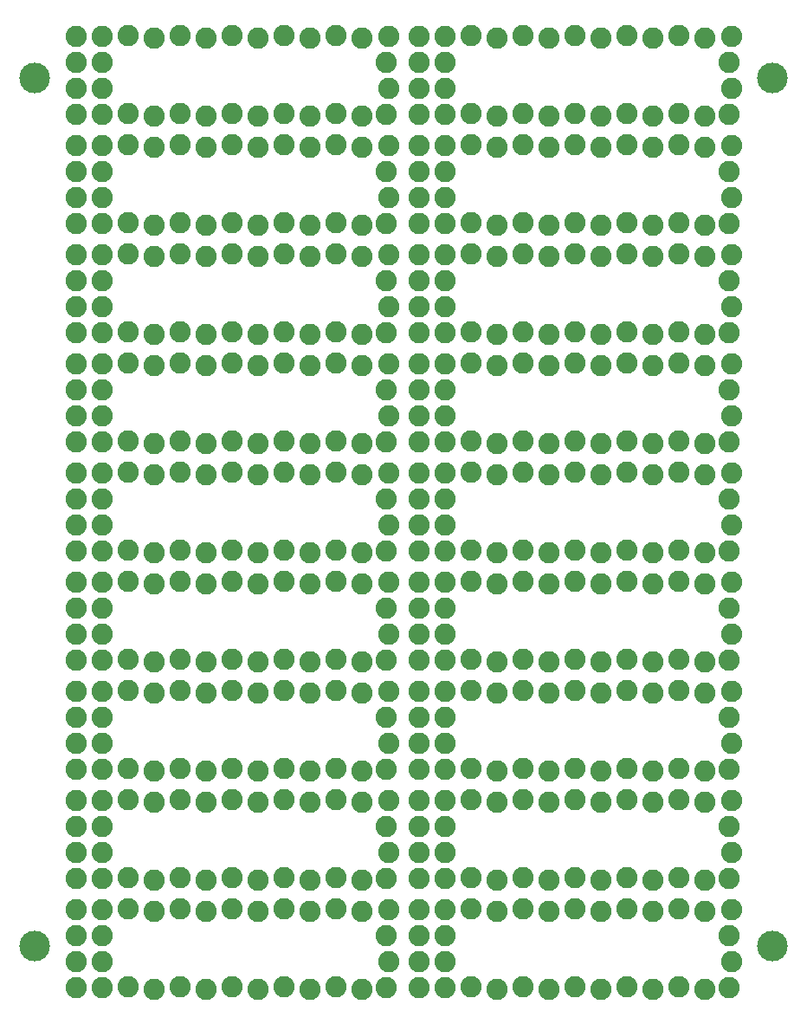
<source format=gbs>
G04 #@! TF.FileFunction,Soldermask,Bot*
%FSLAX46Y46*%
G04 Gerber Fmt 4.6, Leading zero omitted, Abs format (unit mm)*
G04 Created by KiCad (PCBNEW 4.0.6-e0-6349~53~ubuntu16.04.1) date Sun Jun 25 16:08:35 2017*
%MOMM*%
%LPD*%
G01*
G04 APERTURE LIST*
%ADD10C,0.100000*%
%ADD11C,3.000000*%
%ADD12C,2.082800*%
G04 APERTURE END LIST*
D10*
D11*
X-2540000Y-90424000D03*
X69596000Y-90424000D03*
X-2540000Y-5588000D03*
D12*
X40132000Y-86741000D03*
X42672000Y-86995000D03*
X45212000Y-86741000D03*
X47752000Y-86995000D03*
X50292000Y-86741000D03*
X52832000Y-86995000D03*
X55372000Y-86741000D03*
X57912000Y-86995000D03*
X60452000Y-86741000D03*
X62992000Y-86995000D03*
X40132000Y-94361000D03*
X42672000Y-94615000D03*
X45212000Y-94361000D03*
X47752000Y-94615000D03*
X50292000Y-94361000D03*
X52832000Y-94615000D03*
X55372000Y-94361000D03*
X57912000Y-94615000D03*
X60452000Y-94361000D03*
X62992000Y-94615000D03*
X65405000Y-94488000D03*
X65659000Y-91948000D03*
X65405000Y-89408000D03*
X65659000Y-86868000D03*
X35052000Y-86868000D03*
X37592000Y-86868000D03*
X35052000Y-89408000D03*
X37592000Y-89408000D03*
X35052000Y-91948000D03*
X37592000Y-91948000D03*
X35052000Y-94488000D03*
X37592000Y-94488000D03*
X40132000Y-76073000D03*
X42672000Y-76327000D03*
X45212000Y-76073000D03*
X47752000Y-76327000D03*
X50292000Y-76073000D03*
X52832000Y-76327000D03*
X55372000Y-76073000D03*
X57912000Y-76327000D03*
X60452000Y-76073000D03*
X62992000Y-76327000D03*
X40132000Y-83693000D03*
X42672000Y-83947000D03*
X45212000Y-83693000D03*
X47752000Y-83947000D03*
X50292000Y-83693000D03*
X52832000Y-83947000D03*
X55372000Y-83693000D03*
X57912000Y-83947000D03*
X60452000Y-83693000D03*
X62992000Y-83947000D03*
X65405000Y-83820000D03*
X65659000Y-81280000D03*
X65405000Y-78740000D03*
X65659000Y-76200000D03*
X35052000Y-76200000D03*
X37592000Y-76200000D03*
X35052000Y-78740000D03*
X37592000Y-78740000D03*
X35052000Y-81280000D03*
X37592000Y-81280000D03*
X35052000Y-83820000D03*
X37592000Y-83820000D03*
X40132000Y-65405000D03*
X42672000Y-65659000D03*
X45212000Y-65405000D03*
X47752000Y-65659000D03*
X50292000Y-65405000D03*
X52832000Y-65659000D03*
X55372000Y-65405000D03*
X57912000Y-65659000D03*
X60452000Y-65405000D03*
X62992000Y-65659000D03*
X40132000Y-73025000D03*
X42672000Y-73279000D03*
X45212000Y-73025000D03*
X47752000Y-73279000D03*
X50292000Y-73025000D03*
X52832000Y-73279000D03*
X55372000Y-73025000D03*
X57912000Y-73279000D03*
X60452000Y-73025000D03*
X62992000Y-73279000D03*
X65405000Y-73152000D03*
X65659000Y-70612000D03*
X65405000Y-68072000D03*
X65659000Y-65532000D03*
X35052000Y-65532000D03*
X37592000Y-65532000D03*
X35052000Y-68072000D03*
X37592000Y-68072000D03*
X35052000Y-70612000D03*
X37592000Y-70612000D03*
X35052000Y-73152000D03*
X37592000Y-73152000D03*
X40132000Y-54737000D03*
X42672000Y-54991000D03*
X45212000Y-54737000D03*
X47752000Y-54991000D03*
X50292000Y-54737000D03*
X52832000Y-54991000D03*
X55372000Y-54737000D03*
X57912000Y-54991000D03*
X60452000Y-54737000D03*
X62992000Y-54991000D03*
X40132000Y-62357000D03*
X42672000Y-62611000D03*
X45212000Y-62357000D03*
X47752000Y-62611000D03*
X50292000Y-62357000D03*
X52832000Y-62611000D03*
X55372000Y-62357000D03*
X57912000Y-62611000D03*
X60452000Y-62357000D03*
X62992000Y-62611000D03*
X65405000Y-62484000D03*
X65659000Y-59944000D03*
X65405000Y-57404000D03*
X65659000Y-54864000D03*
X35052000Y-54864000D03*
X37592000Y-54864000D03*
X35052000Y-57404000D03*
X37592000Y-57404000D03*
X35052000Y-59944000D03*
X37592000Y-59944000D03*
X35052000Y-62484000D03*
X37592000Y-62484000D03*
X40132000Y-44069000D03*
X42672000Y-44323000D03*
X45212000Y-44069000D03*
X47752000Y-44323000D03*
X50292000Y-44069000D03*
X52832000Y-44323000D03*
X55372000Y-44069000D03*
X57912000Y-44323000D03*
X60452000Y-44069000D03*
X62992000Y-44323000D03*
X40132000Y-51689000D03*
X42672000Y-51943000D03*
X45212000Y-51689000D03*
X47752000Y-51943000D03*
X50292000Y-51689000D03*
X52832000Y-51943000D03*
X55372000Y-51689000D03*
X57912000Y-51943000D03*
X60452000Y-51689000D03*
X62992000Y-51943000D03*
X65405000Y-51816000D03*
X65659000Y-49276000D03*
X65405000Y-46736000D03*
X65659000Y-44196000D03*
X35052000Y-44196000D03*
X37592000Y-44196000D03*
X35052000Y-46736000D03*
X37592000Y-46736000D03*
X35052000Y-49276000D03*
X37592000Y-49276000D03*
X35052000Y-51816000D03*
X37592000Y-51816000D03*
X40132000Y-33401000D03*
X42672000Y-33655000D03*
X45212000Y-33401000D03*
X47752000Y-33655000D03*
X50292000Y-33401000D03*
X52832000Y-33655000D03*
X55372000Y-33401000D03*
X57912000Y-33655000D03*
X60452000Y-33401000D03*
X62992000Y-33655000D03*
X40132000Y-41021000D03*
X42672000Y-41275000D03*
X45212000Y-41021000D03*
X47752000Y-41275000D03*
X50292000Y-41021000D03*
X52832000Y-41275000D03*
X55372000Y-41021000D03*
X57912000Y-41275000D03*
X60452000Y-41021000D03*
X62992000Y-41275000D03*
X65405000Y-41148000D03*
X65659000Y-38608000D03*
X65405000Y-36068000D03*
X65659000Y-33528000D03*
X35052000Y-33528000D03*
X37592000Y-33528000D03*
X35052000Y-36068000D03*
X37592000Y-36068000D03*
X35052000Y-38608000D03*
X37592000Y-38608000D03*
X35052000Y-41148000D03*
X37592000Y-41148000D03*
X40132000Y-22733000D03*
X42672000Y-22987000D03*
X45212000Y-22733000D03*
X47752000Y-22987000D03*
X50292000Y-22733000D03*
X52832000Y-22987000D03*
X55372000Y-22733000D03*
X57912000Y-22987000D03*
X60452000Y-22733000D03*
X62992000Y-22987000D03*
X40132000Y-30353000D03*
X42672000Y-30607000D03*
X45212000Y-30353000D03*
X47752000Y-30607000D03*
X50292000Y-30353000D03*
X52832000Y-30607000D03*
X55372000Y-30353000D03*
X57912000Y-30607000D03*
X60452000Y-30353000D03*
X62992000Y-30607000D03*
X65405000Y-30480000D03*
X65659000Y-27940000D03*
X65405000Y-25400000D03*
X65659000Y-22860000D03*
X35052000Y-22860000D03*
X37592000Y-22860000D03*
X35052000Y-25400000D03*
X37592000Y-25400000D03*
X35052000Y-27940000D03*
X37592000Y-27940000D03*
X35052000Y-30480000D03*
X37592000Y-30480000D03*
X40132000Y-12065000D03*
X42672000Y-12319000D03*
X45212000Y-12065000D03*
X47752000Y-12319000D03*
X50292000Y-12065000D03*
X52832000Y-12319000D03*
X55372000Y-12065000D03*
X57912000Y-12319000D03*
X60452000Y-12065000D03*
X62992000Y-12319000D03*
X40132000Y-19685000D03*
X42672000Y-19939000D03*
X45212000Y-19685000D03*
X47752000Y-19939000D03*
X50292000Y-19685000D03*
X52832000Y-19939000D03*
X55372000Y-19685000D03*
X57912000Y-19939000D03*
X60452000Y-19685000D03*
X62992000Y-19939000D03*
X65405000Y-19812000D03*
X65659000Y-17272000D03*
X65405000Y-14732000D03*
X65659000Y-12192000D03*
X35052000Y-12192000D03*
X37592000Y-12192000D03*
X35052000Y-14732000D03*
X37592000Y-14732000D03*
X35052000Y-17272000D03*
X37592000Y-17272000D03*
X35052000Y-19812000D03*
X37592000Y-19812000D03*
X40132000Y-1397000D03*
X42672000Y-1651000D03*
X45212000Y-1397000D03*
X47752000Y-1651000D03*
X50292000Y-1397000D03*
X52832000Y-1651000D03*
X55372000Y-1397000D03*
X57912000Y-1651000D03*
X60452000Y-1397000D03*
X62992000Y-1651000D03*
X40132000Y-9017000D03*
X42672000Y-9271000D03*
X45212000Y-9017000D03*
X47752000Y-9271000D03*
X50292000Y-9017000D03*
X52832000Y-9271000D03*
X55372000Y-9017000D03*
X57912000Y-9271000D03*
X60452000Y-9017000D03*
X62992000Y-9271000D03*
X65405000Y-9144000D03*
X65659000Y-6604000D03*
X65405000Y-4064000D03*
X65659000Y-1524000D03*
X35052000Y-1524000D03*
X37592000Y-1524000D03*
X35052000Y-4064000D03*
X37592000Y-4064000D03*
X35052000Y-6604000D03*
X37592000Y-6604000D03*
X35052000Y-9144000D03*
X37592000Y-9144000D03*
X6604000Y-86741000D03*
X9144000Y-86995000D03*
X11684000Y-86741000D03*
X14224000Y-86995000D03*
X16764000Y-86741000D03*
X19304000Y-86995000D03*
X21844000Y-86741000D03*
X24384000Y-86995000D03*
X26924000Y-86741000D03*
X29464000Y-86995000D03*
X6604000Y-94361000D03*
X9144000Y-94615000D03*
X11684000Y-94361000D03*
X14224000Y-94615000D03*
X16764000Y-94361000D03*
X19304000Y-94615000D03*
X21844000Y-94361000D03*
X24384000Y-94615000D03*
X26924000Y-94361000D03*
X29464000Y-94615000D03*
X31877000Y-94488000D03*
X32131000Y-91948000D03*
X31877000Y-89408000D03*
X32131000Y-86868000D03*
X1524000Y-86868000D03*
X4064000Y-86868000D03*
X1524000Y-89408000D03*
X4064000Y-89408000D03*
X1524000Y-91948000D03*
X4064000Y-91948000D03*
X1524000Y-94488000D03*
X4064000Y-94488000D03*
X6604000Y-76073000D03*
X9144000Y-76327000D03*
X11684000Y-76073000D03*
X14224000Y-76327000D03*
X16764000Y-76073000D03*
X19304000Y-76327000D03*
X21844000Y-76073000D03*
X24384000Y-76327000D03*
X26924000Y-76073000D03*
X29464000Y-76327000D03*
X6604000Y-83693000D03*
X9144000Y-83947000D03*
X11684000Y-83693000D03*
X14224000Y-83947000D03*
X16764000Y-83693000D03*
X19304000Y-83947000D03*
X21844000Y-83693000D03*
X24384000Y-83947000D03*
X26924000Y-83693000D03*
X29464000Y-83947000D03*
X31877000Y-83820000D03*
X32131000Y-81280000D03*
X31877000Y-78740000D03*
X32131000Y-76200000D03*
X1524000Y-76200000D03*
X4064000Y-76200000D03*
X1524000Y-78740000D03*
X4064000Y-78740000D03*
X1524000Y-81280000D03*
X4064000Y-81280000D03*
X1524000Y-83820000D03*
X4064000Y-83820000D03*
X6604000Y-65405000D03*
X9144000Y-65659000D03*
X11684000Y-65405000D03*
X14224000Y-65659000D03*
X16764000Y-65405000D03*
X19304000Y-65659000D03*
X21844000Y-65405000D03*
X24384000Y-65659000D03*
X26924000Y-65405000D03*
X29464000Y-65659000D03*
X6604000Y-73025000D03*
X9144000Y-73279000D03*
X11684000Y-73025000D03*
X14224000Y-73279000D03*
X16764000Y-73025000D03*
X19304000Y-73279000D03*
X21844000Y-73025000D03*
X24384000Y-73279000D03*
X26924000Y-73025000D03*
X29464000Y-73279000D03*
X31877000Y-73152000D03*
X32131000Y-70612000D03*
X31877000Y-68072000D03*
X32131000Y-65532000D03*
X1524000Y-65532000D03*
X4064000Y-65532000D03*
X1524000Y-68072000D03*
X4064000Y-68072000D03*
X1524000Y-70612000D03*
X4064000Y-70612000D03*
X1524000Y-73152000D03*
X4064000Y-73152000D03*
X6604000Y-54737000D03*
X9144000Y-54991000D03*
X11684000Y-54737000D03*
X14224000Y-54991000D03*
X16764000Y-54737000D03*
X19304000Y-54991000D03*
X21844000Y-54737000D03*
X24384000Y-54991000D03*
X26924000Y-54737000D03*
X29464000Y-54991000D03*
X6604000Y-62357000D03*
X9144000Y-62611000D03*
X11684000Y-62357000D03*
X14224000Y-62611000D03*
X16764000Y-62357000D03*
X19304000Y-62611000D03*
X21844000Y-62357000D03*
X24384000Y-62611000D03*
X26924000Y-62357000D03*
X29464000Y-62611000D03*
X31877000Y-62484000D03*
X32131000Y-59944000D03*
X31877000Y-57404000D03*
X32131000Y-54864000D03*
X1524000Y-54864000D03*
X4064000Y-54864000D03*
X1524000Y-57404000D03*
X4064000Y-57404000D03*
X1524000Y-59944000D03*
X4064000Y-59944000D03*
X1524000Y-62484000D03*
X4064000Y-62484000D03*
X6604000Y-44069000D03*
X9144000Y-44323000D03*
X11684000Y-44069000D03*
X14224000Y-44323000D03*
X16764000Y-44069000D03*
X19304000Y-44323000D03*
X21844000Y-44069000D03*
X24384000Y-44323000D03*
X26924000Y-44069000D03*
X29464000Y-44323000D03*
X6604000Y-51689000D03*
X9144000Y-51943000D03*
X11684000Y-51689000D03*
X14224000Y-51943000D03*
X16764000Y-51689000D03*
X19304000Y-51943000D03*
X21844000Y-51689000D03*
X24384000Y-51943000D03*
X26924000Y-51689000D03*
X29464000Y-51943000D03*
X31877000Y-51816000D03*
X32131000Y-49276000D03*
X31877000Y-46736000D03*
X32131000Y-44196000D03*
X1524000Y-44196000D03*
X4064000Y-44196000D03*
X1524000Y-46736000D03*
X4064000Y-46736000D03*
X1524000Y-49276000D03*
X4064000Y-49276000D03*
X1524000Y-51816000D03*
X4064000Y-51816000D03*
X6604000Y-33401000D03*
X9144000Y-33655000D03*
X11684000Y-33401000D03*
X14224000Y-33655000D03*
X16764000Y-33401000D03*
X19304000Y-33655000D03*
X21844000Y-33401000D03*
X24384000Y-33655000D03*
X26924000Y-33401000D03*
X29464000Y-33655000D03*
X6604000Y-41021000D03*
X9144000Y-41275000D03*
X11684000Y-41021000D03*
X14224000Y-41275000D03*
X16764000Y-41021000D03*
X19304000Y-41275000D03*
X21844000Y-41021000D03*
X24384000Y-41275000D03*
X26924000Y-41021000D03*
X29464000Y-41275000D03*
X31877000Y-41148000D03*
X32131000Y-38608000D03*
X31877000Y-36068000D03*
X32131000Y-33528000D03*
X1524000Y-33528000D03*
X4064000Y-33528000D03*
X1524000Y-36068000D03*
X4064000Y-36068000D03*
X1524000Y-38608000D03*
X4064000Y-38608000D03*
X1524000Y-41148000D03*
X4064000Y-41148000D03*
X6604000Y-22733000D03*
X9144000Y-22987000D03*
X11684000Y-22733000D03*
X14224000Y-22987000D03*
X16764000Y-22733000D03*
X19304000Y-22987000D03*
X21844000Y-22733000D03*
X24384000Y-22987000D03*
X26924000Y-22733000D03*
X29464000Y-22987000D03*
X6604000Y-30353000D03*
X9144000Y-30607000D03*
X11684000Y-30353000D03*
X14224000Y-30607000D03*
X16764000Y-30353000D03*
X19304000Y-30607000D03*
X21844000Y-30353000D03*
X24384000Y-30607000D03*
X26924000Y-30353000D03*
X29464000Y-30607000D03*
X31877000Y-30480000D03*
X32131000Y-27940000D03*
X31877000Y-25400000D03*
X32131000Y-22860000D03*
X1524000Y-22860000D03*
X4064000Y-22860000D03*
X1524000Y-25400000D03*
X4064000Y-25400000D03*
X1524000Y-27940000D03*
X4064000Y-27940000D03*
X1524000Y-30480000D03*
X4064000Y-30480000D03*
X6604000Y-12065000D03*
X9144000Y-12319000D03*
X11684000Y-12065000D03*
X14224000Y-12319000D03*
X16764000Y-12065000D03*
X19304000Y-12319000D03*
X21844000Y-12065000D03*
X24384000Y-12319000D03*
X26924000Y-12065000D03*
X29464000Y-12319000D03*
X6604000Y-19685000D03*
X9144000Y-19939000D03*
X11684000Y-19685000D03*
X14224000Y-19939000D03*
X16764000Y-19685000D03*
X19304000Y-19939000D03*
X21844000Y-19685000D03*
X24384000Y-19939000D03*
X26924000Y-19685000D03*
X29464000Y-19939000D03*
X31877000Y-19812000D03*
X32131000Y-17272000D03*
X31877000Y-14732000D03*
X32131000Y-12192000D03*
X1524000Y-12192000D03*
X4064000Y-12192000D03*
X1524000Y-14732000D03*
X4064000Y-14732000D03*
X1524000Y-17272000D03*
X4064000Y-17272000D03*
X1524000Y-19812000D03*
X4064000Y-19812000D03*
X1524000Y-1524000D03*
X4064000Y-1524000D03*
X1524000Y-4064000D03*
X4064000Y-4064000D03*
X1524000Y-6604000D03*
X4064000Y-6604000D03*
X1524000Y-9144000D03*
X4064000Y-9144000D03*
X31877000Y-9144000D03*
X32131000Y-6604000D03*
X31877000Y-4064000D03*
X32131000Y-1524000D03*
X6604000Y-9017000D03*
X9144000Y-9271000D03*
X11684000Y-9017000D03*
X14224000Y-9271000D03*
X16764000Y-9017000D03*
X19304000Y-9271000D03*
X21844000Y-9017000D03*
X24384000Y-9271000D03*
X26924000Y-9017000D03*
X29464000Y-9271000D03*
X6604000Y-1397000D03*
X9144000Y-1651000D03*
X11684000Y-1397000D03*
X14224000Y-1651000D03*
X16764000Y-1397000D03*
X19304000Y-1651000D03*
X21844000Y-1397000D03*
X24384000Y-1651000D03*
X26924000Y-1397000D03*
X29464000Y-1651000D03*
D11*
X69596000Y-5588000D03*
M02*

</source>
